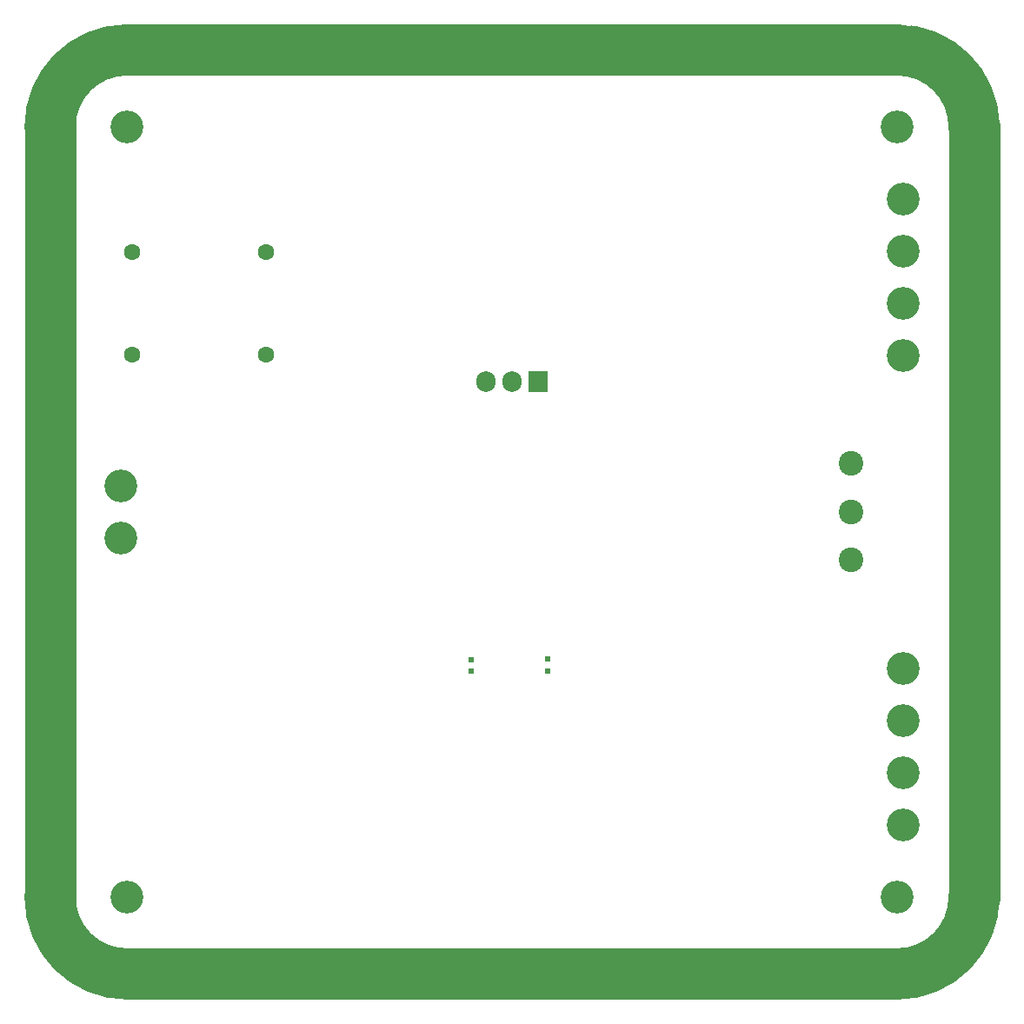
<source format=gbr>
%TF.GenerationSoftware,KiCad,Pcbnew,7.0.6*%
%TF.CreationDate,2023-07-25T16:44:31+08:00*%
%TF.ProjectId,LM350A_Liner_Power_KiCad,4c4d3335-3041-45f4-9c69-6e65725f506f,rev?*%
%TF.SameCoordinates,Original*%
%TF.FileFunction,Soldermask,Bot*%
%TF.FilePolarity,Negative*%
%FSLAX46Y46*%
G04 Gerber Fmt 4.6, Leading zero omitted, Abs format (unit mm)*
G04 Created by KiCad (PCBNEW 7.0.6) date 2023-07-25 16:44:31*
%MOMM*%
%LPD*%
G01*
G04 APERTURE LIST*
%ADD10C,5.000000*%
%ADD11C,3.200000*%
%ADD12C,1.600000*%
%ADD13C,2.400000*%
%ADD14R,0.600000X0.600000*%
%ADD15R,1.905000X2.000000*%
%ADD16O,1.905000X2.000000*%
G04 APERTURE END LIST*
D10*
X189899999Y-146600001D02*
X114899999Y-146600001D01*
X197400001Y-64100001D02*
X197400001Y-139100001D01*
X107400001Y-139099999D02*
G75*
G03*
X114899999Y-146599999I7499999J-1D01*
G01*
X114900000Y-56600000D02*
G75*
G03*
X107400000Y-64100000I0J-7500000D01*
G01*
X189899999Y-146599999D02*
G75*
G03*
X197399999Y-139100001I1J7499999D01*
G01*
X197399999Y-64100001D02*
G75*
G03*
X189900001Y-56600001I-7499999J1D01*
G01*
X107399999Y-139099999D02*
X107399999Y-64099999D01*
X114900000Y-56600000D02*
X189900000Y-56600000D01*
D11*
%TO.C,J3*%
X114300000Y-99060000D03*
X114300000Y-104140000D03*
%TD*%
%TO.C,J2*%
X190500000Y-132080000D03*
X190500000Y-127000000D03*
X190500000Y-121920000D03*
X190500000Y-116840000D03*
%TD*%
%TO.C,REF\u002A\u002A*%
X114900000Y-64100000D03*
%TD*%
D12*
%TO.C,L1*%
X128420000Y-86280000D03*
X128420000Y-76280000D03*
X115420000Y-76280000D03*
X115420000Y-86280000D03*
%TD*%
D13*
%TO.C,SW1*%
X185420000Y-106300000D03*
X185420000Y-101600000D03*
X185420000Y-96900000D03*
%TD*%
D11*
%TO.C,J1*%
X190500000Y-86360000D03*
X190500000Y-81280000D03*
X190500000Y-76200000D03*
X190500000Y-71120000D03*
%TD*%
%TO.C,REF\u002A\u002A*%
X114900000Y-139100000D03*
%TD*%
%TO.C,REF\u002A\u002A*%
X189900000Y-64100000D03*
%TD*%
%TO.C,REF\u002A\u002A*%
X189900000Y-139100000D03*
%TD*%
D14*
%TO.C,D5*%
X155905200Y-115951000D03*
X155905200Y-117068600D03*
%TD*%
D15*
%TO.C,U1*%
X154940000Y-88900000D03*
D16*
X152400000Y-88900000D03*
X149860000Y-88900000D03*
%TD*%
D14*
%TO.C,D4*%
X148437600Y-116001800D03*
X148437600Y-117119400D03*
%TD*%
M02*

</source>
